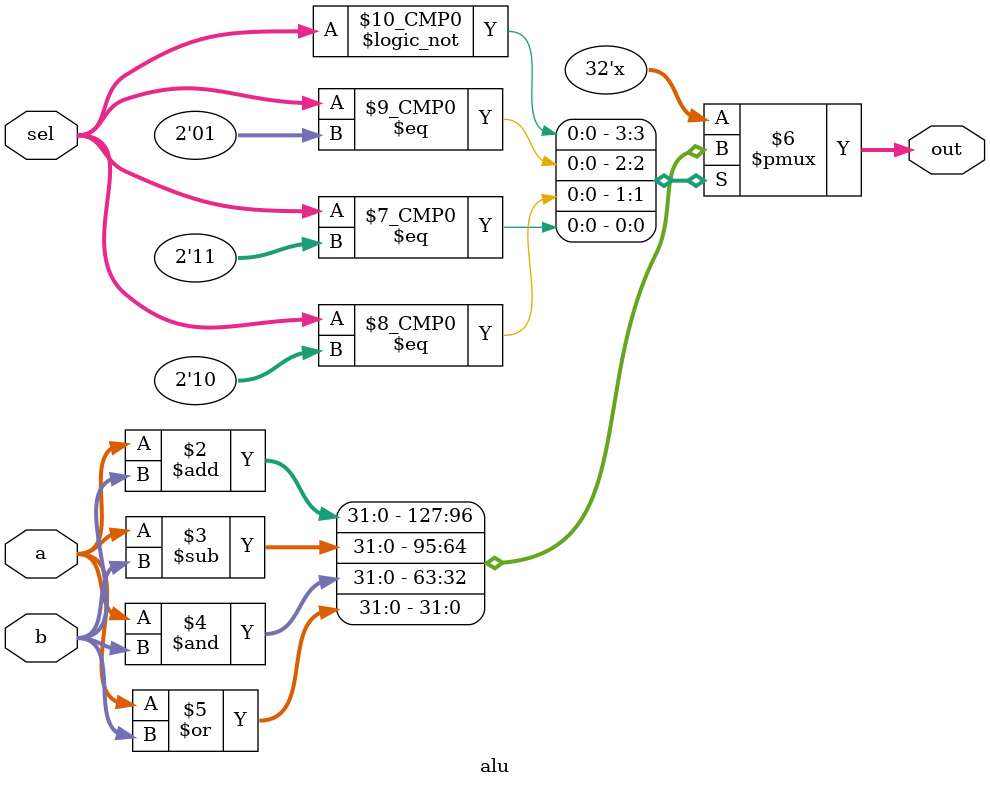
<source format=v>
module alu(a,b,sel,out);
	input [31:0] a;
	input [31:0] b;
	input [1:0] sel;
	output reg [31:0] out;

	always @(a, b, sel)
	begin
		case(sel)
			2'b00: out <= a + b;	//	Add
			2'b01: out <= a - b;	// Sub
			2'b10: out <= a & b;	// And
			2'b11: out <= a | b;	// Or
		endcase

	end
 
endmodule
</source>
